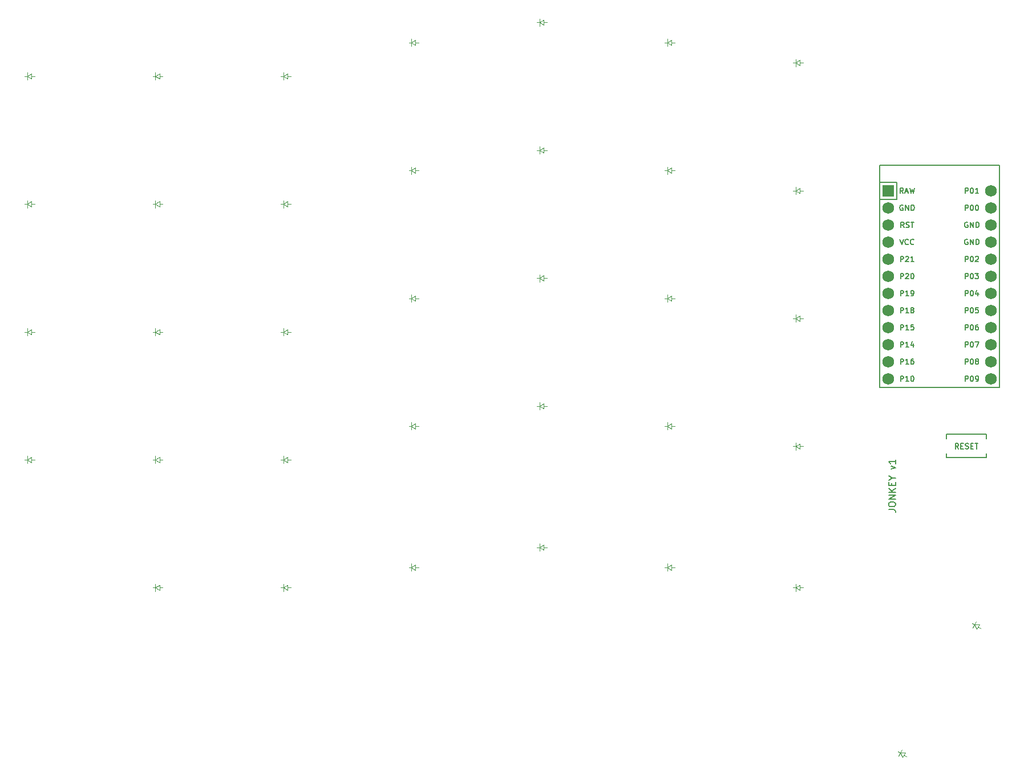
<source format=gbr>
%TF.GenerationSoftware,KiCad,Pcbnew,6.0.2*%
%TF.CreationDate,2022-02-19T14:05:47-05:00*%
%TF.ProjectId,jonkey-v1,6a6f6e6b-6579-42d7-9631-2e6b69636164,v1.0.0*%
%TF.SameCoordinates,Original*%
%TF.FileFunction,Legend,Top*%
%TF.FilePolarity,Positive*%
%FSLAX46Y46*%
G04 Gerber Fmt 4.6, Leading zero omitted, Abs format (unit mm)*
G04 Created by KiCad (PCBNEW 6.0.2) date 2022-02-19 14:05:47*
%MOMM*%
%LPD*%
G01*
G04 APERTURE LIST*
%ADD10C,0.150000*%
%ADD11C,0.100000*%
%ADD12R,1.752600X1.752600*%
%ADD13C,1.752600*%
G04 APERTURE END LIST*
D10*
X192492380Y-107663809D02*
X193206666Y-107663809D01*
X193349523Y-107711428D01*
X193444761Y-107806666D01*
X193492380Y-107949523D01*
X193492380Y-108044761D01*
X192492380Y-106997142D02*
X192492380Y-106806666D01*
X192540000Y-106711428D01*
X192635238Y-106616190D01*
X192825714Y-106568571D01*
X193159047Y-106568571D01*
X193349523Y-106616190D01*
X193444761Y-106711428D01*
X193492380Y-106806666D01*
X193492380Y-106997142D01*
X193444761Y-107092380D01*
X193349523Y-107187619D01*
X193159047Y-107235238D01*
X192825714Y-107235238D01*
X192635238Y-107187619D01*
X192540000Y-107092380D01*
X192492380Y-106997142D01*
X193492380Y-106140000D02*
X192492380Y-106140000D01*
X193492380Y-105568571D01*
X192492380Y-105568571D01*
X193492380Y-105092380D02*
X192492380Y-105092380D01*
X193492380Y-104520952D02*
X192920952Y-104949523D01*
X192492380Y-104520952D02*
X193063809Y-105092380D01*
X192968571Y-104092380D02*
X192968571Y-103759047D01*
X193492380Y-103616190D02*
X193492380Y-104092380D01*
X192492380Y-104092380D01*
X192492380Y-103616190D01*
X193016190Y-102997142D02*
X193492380Y-102997142D01*
X192492380Y-103330476D02*
X193016190Y-102997142D01*
X192492380Y-102663809D01*
X192825714Y-101663809D02*
X193492380Y-101425714D01*
X192825714Y-101187619D01*
X193492380Y-100282857D02*
X193492380Y-100854285D01*
X193492380Y-100568571D02*
X192492380Y-100568571D01*
X192635238Y-100663809D01*
X192730476Y-100759047D01*
X192778095Y-100854285D01*
%TO.C,MCU1*%
X194667619Y-60671904D02*
X194400952Y-60290952D01*
X194210476Y-60671904D02*
X194210476Y-59871904D01*
X194515238Y-59871904D01*
X194591428Y-59910000D01*
X194629523Y-59948095D01*
X194667619Y-60024285D01*
X194667619Y-60138571D01*
X194629523Y-60214761D01*
X194591428Y-60252857D01*
X194515238Y-60290952D01*
X194210476Y-60290952D01*
X194972380Y-60443333D02*
X195353333Y-60443333D01*
X194896190Y-60671904D02*
X195162857Y-59871904D01*
X195429523Y-60671904D01*
X195620000Y-59871904D02*
X195810476Y-60671904D01*
X195962857Y-60100476D01*
X196115238Y-60671904D01*
X196305714Y-59871904D01*
X194610476Y-62450000D02*
X194534285Y-62411904D01*
X194420000Y-62411904D01*
X194305714Y-62450000D01*
X194229523Y-62526190D01*
X194191428Y-62602380D01*
X194153333Y-62754761D01*
X194153333Y-62869047D01*
X194191428Y-63021428D01*
X194229523Y-63097619D01*
X194305714Y-63173809D01*
X194420000Y-63211904D01*
X194496190Y-63211904D01*
X194610476Y-63173809D01*
X194648571Y-63135714D01*
X194648571Y-62869047D01*
X194496190Y-62869047D01*
X194991428Y-63211904D02*
X194991428Y-62411904D01*
X195448571Y-63211904D01*
X195448571Y-62411904D01*
X195829523Y-63211904D02*
X195829523Y-62411904D01*
X196020000Y-62411904D01*
X196134285Y-62450000D01*
X196210476Y-62526190D01*
X196248571Y-62602380D01*
X196286666Y-62754761D01*
X196286666Y-62869047D01*
X196248571Y-63021428D01*
X196210476Y-63097619D01*
X196134285Y-63173809D01*
X196020000Y-63211904D01*
X195829523Y-63211904D01*
X194781904Y-65751904D02*
X194515238Y-65370952D01*
X194324761Y-65751904D02*
X194324761Y-64951904D01*
X194629523Y-64951904D01*
X194705714Y-64990000D01*
X194743809Y-65028095D01*
X194781904Y-65104285D01*
X194781904Y-65218571D01*
X194743809Y-65294761D01*
X194705714Y-65332857D01*
X194629523Y-65370952D01*
X194324761Y-65370952D01*
X195086666Y-65713809D02*
X195200952Y-65751904D01*
X195391428Y-65751904D01*
X195467619Y-65713809D01*
X195505714Y-65675714D01*
X195543809Y-65599523D01*
X195543809Y-65523333D01*
X195505714Y-65447142D01*
X195467619Y-65409047D01*
X195391428Y-65370952D01*
X195239047Y-65332857D01*
X195162857Y-65294761D01*
X195124761Y-65256666D01*
X195086666Y-65180476D01*
X195086666Y-65104285D01*
X195124761Y-65028095D01*
X195162857Y-64990000D01*
X195239047Y-64951904D01*
X195429523Y-64951904D01*
X195543809Y-64990000D01*
X195772380Y-64951904D02*
X196229523Y-64951904D01*
X196000952Y-65751904D02*
X196000952Y-64951904D01*
X194153333Y-67491904D02*
X194420000Y-68291904D01*
X194686666Y-67491904D01*
X195410476Y-68215714D02*
X195372380Y-68253809D01*
X195258095Y-68291904D01*
X195181904Y-68291904D01*
X195067619Y-68253809D01*
X194991428Y-68177619D01*
X194953333Y-68101428D01*
X194915238Y-67949047D01*
X194915238Y-67834761D01*
X194953333Y-67682380D01*
X194991428Y-67606190D01*
X195067619Y-67530000D01*
X195181904Y-67491904D01*
X195258095Y-67491904D01*
X195372380Y-67530000D01*
X195410476Y-67568095D01*
X196210476Y-68215714D02*
X196172380Y-68253809D01*
X196058095Y-68291904D01*
X195981904Y-68291904D01*
X195867619Y-68253809D01*
X195791428Y-68177619D01*
X195753333Y-68101428D01*
X195715238Y-67949047D01*
X195715238Y-67834761D01*
X195753333Y-67682380D01*
X195791428Y-67606190D01*
X195867619Y-67530000D01*
X195981904Y-67491904D01*
X196058095Y-67491904D01*
X196172380Y-67530000D01*
X196210476Y-67568095D01*
X194248571Y-70831904D02*
X194248571Y-70031904D01*
X194553333Y-70031904D01*
X194629523Y-70070000D01*
X194667619Y-70108095D01*
X194705714Y-70184285D01*
X194705714Y-70298571D01*
X194667619Y-70374761D01*
X194629523Y-70412857D01*
X194553333Y-70450952D01*
X194248571Y-70450952D01*
X195010476Y-70108095D02*
X195048571Y-70070000D01*
X195124761Y-70031904D01*
X195315238Y-70031904D01*
X195391428Y-70070000D01*
X195429523Y-70108095D01*
X195467619Y-70184285D01*
X195467619Y-70260476D01*
X195429523Y-70374761D01*
X194972380Y-70831904D01*
X195467619Y-70831904D01*
X196229523Y-70831904D02*
X195772380Y-70831904D01*
X196000952Y-70831904D02*
X196000952Y-70031904D01*
X195924761Y-70146190D01*
X195848571Y-70222380D01*
X195772380Y-70260476D01*
X194248571Y-73371904D02*
X194248571Y-72571904D01*
X194553333Y-72571904D01*
X194629523Y-72610000D01*
X194667619Y-72648095D01*
X194705714Y-72724285D01*
X194705714Y-72838571D01*
X194667619Y-72914761D01*
X194629523Y-72952857D01*
X194553333Y-72990952D01*
X194248571Y-72990952D01*
X195010476Y-72648095D02*
X195048571Y-72610000D01*
X195124761Y-72571904D01*
X195315238Y-72571904D01*
X195391428Y-72610000D01*
X195429523Y-72648095D01*
X195467619Y-72724285D01*
X195467619Y-72800476D01*
X195429523Y-72914761D01*
X194972380Y-73371904D01*
X195467619Y-73371904D01*
X195962857Y-72571904D02*
X196039047Y-72571904D01*
X196115238Y-72610000D01*
X196153333Y-72648095D01*
X196191428Y-72724285D01*
X196229523Y-72876666D01*
X196229523Y-73067142D01*
X196191428Y-73219523D01*
X196153333Y-73295714D01*
X196115238Y-73333809D01*
X196039047Y-73371904D01*
X195962857Y-73371904D01*
X195886666Y-73333809D01*
X195848571Y-73295714D01*
X195810476Y-73219523D01*
X195772380Y-73067142D01*
X195772380Y-72876666D01*
X195810476Y-72724285D01*
X195848571Y-72648095D01*
X195886666Y-72610000D01*
X195962857Y-72571904D01*
X194248571Y-75911904D02*
X194248571Y-75111904D01*
X194553333Y-75111904D01*
X194629523Y-75150000D01*
X194667619Y-75188095D01*
X194705714Y-75264285D01*
X194705714Y-75378571D01*
X194667619Y-75454761D01*
X194629523Y-75492857D01*
X194553333Y-75530952D01*
X194248571Y-75530952D01*
X195467619Y-75911904D02*
X195010476Y-75911904D01*
X195239047Y-75911904D02*
X195239047Y-75111904D01*
X195162857Y-75226190D01*
X195086666Y-75302380D01*
X195010476Y-75340476D01*
X195848571Y-75911904D02*
X196000952Y-75911904D01*
X196077142Y-75873809D01*
X196115238Y-75835714D01*
X196191428Y-75721428D01*
X196229523Y-75569047D01*
X196229523Y-75264285D01*
X196191428Y-75188095D01*
X196153333Y-75150000D01*
X196077142Y-75111904D01*
X195924761Y-75111904D01*
X195848571Y-75150000D01*
X195810476Y-75188095D01*
X195772380Y-75264285D01*
X195772380Y-75454761D01*
X195810476Y-75530952D01*
X195848571Y-75569047D01*
X195924761Y-75607142D01*
X196077142Y-75607142D01*
X196153333Y-75569047D01*
X196191428Y-75530952D01*
X196229523Y-75454761D01*
X194248571Y-78451904D02*
X194248571Y-77651904D01*
X194553333Y-77651904D01*
X194629523Y-77690000D01*
X194667619Y-77728095D01*
X194705714Y-77804285D01*
X194705714Y-77918571D01*
X194667619Y-77994761D01*
X194629523Y-78032857D01*
X194553333Y-78070952D01*
X194248571Y-78070952D01*
X195467619Y-78451904D02*
X195010476Y-78451904D01*
X195239047Y-78451904D02*
X195239047Y-77651904D01*
X195162857Y-77766190D01*
X195086666Y-77842380D01*
X195010476Y-77880476D01*
X195924761Y-77994761D02*
X195848571Y-77956666D01*
X195810476Y-77918571D01*
X195772380Y-77842380D01*
X195772380Y-77804285D01*
X195810476Y-77728095D01*
X195848571Y-77690000D01*
X195924761Y-77651904D01*
X196077142Y-77651904D01*
X196153333Y-77690000D01*
X196191428Y-77728095D01*
X196229523Y-77804285D01*
X196229523Y-77842380D01*
X196191428Y-77918571D01*
X196153333Y-77956666D01*
X196077142Y-77994761D01*
X195924761Y-77994761D01*
X195848571Y-78032857D01*
X195810476Y-78070952D01*
X195772380Y-78147142D01*
X195772380Y-78299523D01*
X195810476Y-78375714D01*
X195848571Y-78413809D01*
X195924761Y-78451904D01*
X196077142Y-78451904D01*
X196153333Y-78413809D01*
X196191428Y-78375714D01*
X196229523Y-78299523D01*
X196229523Y-78147142D01*
X196191428Y-78070952D01*
X196153333Y-78032857D01*
X196077142Y-77994761D01*
X194248571Y-80991904D02*
X194248571Y-80191904D01*
X194553333Y-80191904D01*
X194629523Y-80230000D01*
X194667619Y-80268095D01*
X194705714Y-80344285D01*
X194705714Y-80458571D01*
X194667619Y-80534761D01*
X194629523Y-80572857D01*
X194553333Y-80610952D01*
X194248571Y-80610952D01*
X195467619Y-80991904D02*
X195010476Y-80991904D01*
X195239047Y-80991904D02*
X195239047Y-80191904D01*
X195162857Y-80306190D01*
X195086666Y-80382380D01*
X195010476Y-80420476D01*
X196191428Y-80191904D02*
X195810476Y-80191904D01*
X195772380Y-80572857D01*
X195810476Y-80534761D01*
X195886666Y-80496666D01*
X196077142Y-80496666D01*
X196153333Y-80534761D01*
X196191428Y-80572857D01*
X196229523Y-80649047D01*
X196229523Y-80839523D01*
X196191428Y-80915714D01*
X196153333Y-80953809D01*
X196077142Y-80991904D01*
X195886666Y-80991904D01*
X195810476Y-80953809D01*
X195772380Y-80915714D01*
X194248571Y-83531904D02*
X194248571Y-82731904D01*
X194553333Y-82731904D01*
X194629523Y-82770000D01*
X194667619Y-82808095D01*
X194705714Y-82884285D01*
X194705714Y-82998571D01*
X194667619Y-83074761D01*
X194629523Y-83112857D01*
X194553333Y-83150952D01*
X194248571Y-83150952D01*
X195467619Y-83531904D02*
X195010476Y-83531904D01*
X195239047Y-83531904D02*
X195239047Y-82731904D01*
X195162857Y-82846190D01*
X195086666Y-82922380D01*
X195010476Y-82960476D01*
X196153333Y-82998571D02*
X196153333Y-83531904D01*
X195962857Y-82693809D02*
X195772380Y-83265238D01*
X196267619Y-83265238D01*
X194248571Y-86071904D02*
X194248571Y-85271904D01*
X194553333Y-85271904D01*
X194629523Y-85310000D01*
X194667619Y-85348095D01*
X194705714Y-85424285D01*
X194705714Y-85538571D01*
X194667619Y-85614761D01*
X194629523Y-85652857D01*
X194553333Y-85690952D01*
X194248571Y-85690952D01*
X195467619Y-86071904D02*
X195010476Y-86071904D01*
X195239047Y-86071904D02*
X195239047Y-85271904D01*
X195162857Y-85386190D01*
X195086666Y-85462380D01*
X195010476Y-85500476D01*
X196153333Y-85271904D02*
X196000952Y-85271904D01*
X195924761Y-85310000D01*
X195886666Y-85348095D01*
X195810476Y-85462380D01*
X195772380Y-85614761D01*
X195772380Y-85919523D01*
X195810476Y-85995714D01*
X195848571Y-86033809D01*
X195924761Y-86071904D01*
X196077142Y-86071904D01*
X196153333Y-86033809D01*
X196191428Y-85995714D01*
X196229523Y-85919523D01*
X196229523Y-85729047D01*
X196191428Y-85652857D01*
X196153333Y-85614761D01*
X196077142Y-85576666D01*
X195924761Y-85576666D01*
X195848571Y-85614761D01*
X195810476Y-85652857D01*
X195772380Y-85729047D01*
X194248571Y-88611904D02*
X194248571Y-87811904D01*
X194553333Y-87811904D01*
X194629523Y-87850000D01*
X194667619Y-87888095D01*
X194705714Y-87964285D01*
X194705714Y-88078571D01*
X194667619Y-88154761D01*
X194629523Y-88192857D01*
X194553333Y-88230952D01*
X194248571Y-88230952D01*
X195467619Y-88611904D02*
X195010476Y-88611904D01*
X195239047Y-88611904D02*
X195239047Y-87811904D01*
X195162857Y-87926190D01*
X195086666Y-88002380D01*
X195010476Y-88040476D01*
X195962857Y-87811904D02*
X196039047Y-87811904D01*
X196115238Y-87850000D01*
X196153333Y-87888095D01*
X196191428Y-87964285D01*
X196229523Y-88116666D01*
X196229523Y-88307142D01*
X196191428Y-88459523D01*
X196153333Y-88535714D01*
X196115238Y-88573809D01*
X196039047Y-88611904D01*
X195962857Y-88611904D01*
X195886666Y-88573809D01*
X195848571Y-88535714D01*
X195810476Y-88459523D01*
X195772380Y-88307142D01*
X195772380Y-88116666D01*
X195810476Y-87964285D01*
X195848571Y-87888095D01*
X195886666Y-87850000D01*
X195962857Y-87811904D01*
X203848571Y-60671904D02*
X203848571Y-59871904D01*
X204153333Y-59871904D01*
X204229523Y-59910000D01*
X204267619Y-59948095D01*
X204305714Y-60024285D01*
X204305714Y-60138571D01*
X204267619Y-60214761D01*
X204229523Y-60252857D01*
X204153333Y-60290952D01*
X203848571Y-60290952D01*
X204800952Y-59871904D02*
X204877142Y-59871904D01*
X204953333Y-59910000D01*
X204991428Y-59948095D01*
X205029523Y-60024285D01*
X205067619Y-60176666D01*
X205067619Y-60367142D01*
X205029523Y-60519523D01*
X204991428Y-60595714D01*
X204953333Y-60633809D01*
X204877142Y-60671904D01*
X204800952Y-60671904D01*
X204724761Y-60633809D01*
X204686666Y-60595714D01*
X204648571Y-60519523D01*
X204610476Y-60367142D01*
X204610476Y-60176666D01*
X204648571Y-60024285D01*
X204686666Y-59948095D01*
X204724761Y-59910000D01*
X204800952Y-59871904D01*
X205829523Y-60671904D02*
X205372380Y-60671904D01*
X205600952Y-60671904D02*
X205600952Y-59871904D01*
X205524761Y-59986190D01*
X205448571Y-60062380D01*
X205372380Y-60100476D01*
X203848571Y-63211904D02*
X203848571Y-62411904D01*
X204153333Y-62411904D01*
X204229523Y-62450000D01*
X204267619Y-62488095D01*
X204305714Y-62564285D01*
X204305714Y-62678571D01*
X204267619Y-62754761D01*
X204229523Y-62792857D01*
X204153333Y-62830952D01*
X203848571Y-62830952D01*
X204800952Y-62411904D02*
X204877142Y-62411904D01*
X204953333Y-62450000D01*
X204991428Y-62488095D01*
X205029523Y-62564285D01*
X205067619Y-62716666D01*
X205067619Y-62907142D01*
X205029523Y-63059523D01*
X204991428Y-63135714D01*
X204953333Y-63173809D01*
X204877142Y-63211904D01*
X204800952Y-63211904D01*
X204724761Y-63173809D01*
X204686666Y-63135714D01*
X204648571Y-63059523D01*
X204610476Y-62907142D01*
X204610476Y-62716666D01*
X204648571Y-62564285D01*
X204686666Y-62488095D01*
X204724761Y-62450000D01*
X204800952Y-62411904D01*
X205562857Y-62411904D02*
X205639047Y-62411904D01*
X205715238Y-62450000D01*
X205753333Y-62488095D01*
X205791428Y-62564285D01*
X205829523Y-62716666D01*
X205829523Y-62907142D01*
X205791428Y-63059523D01*
X205753333Y-63135714D01*
X205715238Y-63173809D01*
X205639047Y-63211904D01*
X205562857Y-63211904D01*
X205486666Y-63173809D01*
X205448571Y-63135714D01*
X205410476Y-63059523D01*
X205372380Y-62907142D01*
X205372380Y-62716666D01*
X205410476Y-62564285D01*
X205448571Y-62488095D01*
X205486666Y-62450000D01*
X205562857Y-62411904D01*
X204210476Y-64990000D02*
X204134285Y-64951904D01*
X204020000Y-64951904D01*
X203905714Y-64990000D01*
X203829523Y-65066190D01*
X203791428Y-65142380D01*
X203753333Y-65294761D01*
X203753333Y-65409047D01*
X203791428Y-65561428D01*
X203829523Y-65637619D01*
X203905714Y-65713809D01*
X204020000Y-65751904D01*
X204096190Y-65751904D01*
X204210476Y-65713809D01*
X204248571Y-65675714D01*
X204248571Y-65409047D01*
X204096190Y-65409047D01*
X204591428Y-65751904D02*
X204591428Y-64951904D01*
X205048571Y-65751904D01*
X205048571Y-64951904D01*
X205429523Y-65751904D02*
X205429523Y-64951904D01*
X205620000Y-64951904D01*
X205734285Y-64990000D01*
X205810476Y-65066190D01*
X205848571Y-65142380D01*
X205886666Y-65294761D01*
X205886666Y-65409047D01*
X205848571Y-65561428D01*
X205810476Y-65637619D01*
X205734285Y-65713809D01*
X205620000Y-65751904D01*
X205429523Y-65751904D01*
X204210476Y-67530000D02*
X204134285Y-67491904D01*
X204020000Y-67491904D01*
X203905714Y-67530000D01*
X203829523Y-67606190D01*
X203791428Y-67682380D01*
X203753333Y-67834761D01*
X203753333Y-67949047D01*
X203791428Y-68101428D01*
X203829523Y-68177619D01*
X203905714Y-68253809D01*
X204020000Y-68291904D01*
X204096190Y-68291904D01*
X204210476Y-68253809D01*
X204248571Y-68215714D01*
X204248571Y-67949047D01*
X204096190Y-67949047D01*
X204591428Y-68291904D02*
X204591428Y-67491904D01*
X205048571Y-68291904D01*
X205048571Y-67491904D01*
X205429523Y-68291904D02*
X205429523Y-67491904D01*
X205620000Y-67491904D01*
X205734285Y-67530000D01*
X205810476Y-67606190D01*
X205848571Y-67682380D01*
X205886666Y-67834761D01*
X205886666Y-67949047D01*
X205848571Y-68101428D01*
X205810476Y-68177619D01*
X205734285Y-68253809D01*
X205620000Y-68291904D01*
X205429523Y-68291904D01*
X203848571Y-70831904D02*
X203848571Y-70031904D01*
X204153333Y-70031904D01*
X204229523Y-70070000D01*
X204267619Y-70108095D01*
X204305714Y-70184285D01*
X204305714Y-70298571D01*
X204267619Y-70374761D01*
X204229523Y-70412857D01*
X204153333Y-70450952D01*
X203848571Y-70450952D01*
X204800952Y-70031904D02*
X204877142Y-70031904D01*
X204953333Y-70070000D01*
X204991428Y-70108095D01*
X205029523Y-70184285D01*
X205067619Y-70336666D01*
X205067619Y-70527142D01*
X205029523Y-70679523D01*
X204991428Y-70755714D01*
X204953333Y-70793809D01*
X204877142Y-70831904D01*
X204800952Y-70831904D01*
X204724761Y-70793809D01*
X204686666Y-70755714D01*
X204648571Y-70679523D01*
X204610476Y-70527142D01*
X204610476Y-70336666D01*
X204648571Y-70184285D01*
X204686666Y-70108095D01*
X204724761Y-70070000D01*
X204800952Y-70031904D01*
X205372380Y-70108095D02*
X205410476Y-70070000D01*
X205486666Y-70031904D01*
X205677142Y-70031904D01*
X205753333Y-70070000D01*
X205791428Y-70108095D01*
X205829523Y-70184285D01*
X205829523Y-70260476D01*
X205791428Y-70374761D01*
X205334285Y-70831904D01*
X205829523Y-70831904D01*
X203848571Y-73371904D02*
X203848571Y-72571904D01*
X204153333Y-72571904D01*
X204229523Y-72610000D01*
X204267619Y-72648095D01*
X204305714Y-72724285D01*
X204305714Y-72838571D01*
X204267619Y-72914761D01*
X204229523Y-72952857D01*
X204153333Y-72990952D01*
X203848571Y-72990952D01*
X204800952Y-72571904D02*
X204877142Y-72571904D01*
X204953333Y-72610000D01*
X204991428Y-72648095D01*
X205029523Y-72724285D01*
X205067619Y-72876666D01*
X205067619Y-73067142D01*
X205029523Y-73219523D01*
X204991428Y-73295714D01*
X204953333Y-73333809D01*
X204877142Y-73371904D01*
X204800952Y-73371904D01*
X204724761Y-73333809D01*
X204686666Y-73295714D01*
X204648571Y-73219523D01*
X204610476Y-73067142D01*
X204610476Y-72876666D01*
X204648571Y-72724285D01*
X204686666Y-72648095D01*
X204724761Y-72610000D01*
X204800952Y-72571904D01*
X205334285Y-72571904D02*
X205829523Y-72571904D01*
X205562857Y-72876666D01*
X205677142Y-72876666D01*
X205753333Y-72914761D01*
X205791428Y-72952857D01*
X205829523Y-73029047D01*
X205829523Y-73219523D01*
X205791428Y-73295714D01*
X205753333Y-73333809D01*
X205677142Y-73371904D01*
X205448571Y-73371904D01*
X205372380Y-73333809D01*
X205334285Y-73295714D01*
X203848571Y-75911904D02*
X203848571Y-75111904D01*
X204153333Y-75111904D01*
X204229523Y-75150000D01*
X204267619Y-75188095D01*
X204305714Y-75264285D01*
X204305714Y-75378571D01*
X204267619Y-75454761D01*
X204229523Y-75492857D01*
X204153333Y-75530952D01*
X203848571Y-75530952D01*
X204800952Y-75111904D02*
X204877142Y-75111904D01*
X204953333Y-75150000D01*
X204991428Y-75188095D01*
X205029523Y-75264285D01*
X205067619Y-75416666D01*
X205067619Y-75607142D01*
X205029523Y-75759523D01*
X204991428Y-75835714D01*
X204953333Y-75873809D01*
X204877142Y-75911904D01*
X204800952Y-75911904D01*
X204724761Y-75873809D01*
X204686666Y-75835714D01*
X204648571Y-75759523D01*
X204610476Y-75607142D01*
X204610476Y-75416666D01*
X204648571Y-75264285D01*
X204686666Y-75188095D01*
X204724761Y-75150000D01*
X204800952Y-75111904D01*
X205753333Y-75378571D02*
X205753333Y-75911904D01*
X205562857Y-75073809D02*
X205372380Y-75645238D01*
X205867619Y-75645238D01*
X203848571Y-78451904D02*
X203848571Y-77651904D01*
X204153333Y-77651904D01*
X204229523Y-77690000D01*
X204267619Y-77728095D01*
X204305714Y-77804285D01*
X204305714Y-77918571D01*
X204267619Y-77994761D01*
X204229523Y-78032857D01*
X204153333Y-78070952D01*
X203848571Y-78070952D01*
X204800952Y-77651904D02*
X204877142Y-77651904D01*
X204953333Y-77690000D01*
X204991428Y-77728095D01*
X205029523Y-77804285D01*
X205067619Y-77956666D01*
X205067619Y-78147142D01*
X205029523Y-78299523D01*
X204991428Y-78375714D01*
X204953333Y-78413809D01*
X204877142Y-78451904D01*
X204800952Y-78451904D01*
X204724761Y-78413809D01*
X204686666Y-78375714D01*
X204648571Y-78299523D01*
X204610476Y-78147142D01*
X204610476Y-77956666D01*
X204648571Y-77804285D01*
X204686666Y-77728095D01*
X204724761Y-77690000D01*
X204800952Y-77651904D01*
X205791428Y-77651904D02*
X205410476Y-77651904D01*
X205372380Y-78032857D01*
X205410476Y-77994761D01*
X205486666Y-77956666D01*
X205677142Y-77956666D01*
X205753333Y-77994761D01*
X205791428Y-78032857D01*
X205829523Y-78109047D01*
X205829523Y-78299523D01*
X205791428Y-78375714D01*
X205753333Y-78413809D01*
X205677142Y-78451904D01*
X205486666Y-78451904D01*
X205410476Y-78413809D01*
X205372380Y-78375714D01*
X203848571Y-80991904D02*
X203848571Y-80191904D01*
X204153333Y-80191904D01*
X204229523Y-80230000D01*
X204267619Y-80268095D01*
X204305714Y-80344285D01*
X204305714Y-80458571D01*
X204267619Y-80534761D01*
X204229523Y-80572857D01*
X204153333Y-80610952D01*
X203848571Y-80610952D01*
X204800952Y-80191904D02*
X204877142Y-80191904D01*
X204953333Y-80230000D01*
X204991428Y-80268095D01*
X205029523Y-80344285D01*
X205067619Y-80496666D01*
X205067619Y-80687142D01*
X205029523Y-80839523D01*
X204991428Y-80915714D01*
X204953333Y-80953809D01*
X204877142Y-80991904D01*
X204800952Y-80991904D01*
X204724761Y-80953809D01*
X204686666Y-80915714D01*
X204648571Y-80839523D01*
X204610476Y-80687142D01*
X204610476Y-80496666D01*
X204648571Y-80344285D01*
X204686666Y-80268095D01*
X204724761Y-80230000D01*
X204800952Y-80191904D01*
X205753333Y-80191904D02*
X205600952Y-80191904D01*
X205524761Y-80230000D01*
X205486666Y-80268095D01*
X205410476Y-80382380D01*
X205372380Y-80534761D01*
X205372380Y-80839523D01*
X205410476Y-80915714D01*
X205448571Y-80953809D01*
X205524761Y-80991904D01*
X205677142Y-80991904D01*
X205753333Y-80953809D01*
X205791428Y-80915714D01*
X205829523Y-80839523D01*
X205829523Y-80649047D01*
X205791428Y-80572857D01*
X205753333Y-80534761D01*
X205677142Y-80496666D01*
X205524761Y-80496666D01*
X205448571Y-80534761D01*
X205410476Y-80572857D01*
X205372380Y-80649047D01*
X203848571Y-83531904D02*
X203848571Y-82731904D01*
X204153333Y-82731904D01*
X204229523Y-82770000D01*
X204267619Y-82808095D01*
X204305714Y-82884285D01*
X204305714Y-82998571D01*
X204267619Y-83074761D01*
X204229523Y-83112857D01*
X204153333Y-83150952D01*
X203848571Y-83150952D01*
X204800952Y-82731904D02*
X204877142Y-82731904D01*
X204953333Y-82770000D01*
X204991428Y-82808095D01*
X205029523Y-82884285D01*
X205067619Y-83036666D01*
X205067619Y-83227142D01*
X205029523Y-83379523D01*
X204991428Y-83455714D01*
X204953333Y-83493809D01*
X204877142Y-83531904D01*
X204800952Y-83531904D01*
X204724761Y-83493809D01*
X204686666Y-83455714D01*
X204648571Y-83379523D01*
X204610476Y-83227142D01*
X204610476Y-83036666D01*
X204648571Y-82884285D01*
X204686666Y-82808095D01*
X204724761Y-82770000D01*
X204800952Y-82731904D01*
X205334285Y-82731904D02*
X205867619Y-82731904D01*
X205524761Y-83531904D01*
X203848571Y-86071904D02*
X203848571Y-85271904D01*
X204153333Y-85271904D01*
X204229523Y-85310000D01*
X204267619Y-85348095D01*
X204305714Y-85424285D01*
X204305714Y-85538571D01*
X204267619Y-85614761D01*
X204229523Y-85652857D01*
X204153333Y-85690952D01*
X203848571Y-85690952D01*
X204800952Y-85271904D02*
X204877142Y-85271904D01*
X204953333Y-85310000D01*
X204991428Y-85348095D01*
X205029523Y-85424285D01*
X205067619Y-85576666D01*
X205067619Y-85767142D01*
X205029523Y-85919523D01*
X204991428Y-85995714D01*
X204953333Y-86033809D01*
X204877142Y-86071904D01*
X204800952Y-86071904D01*
X204724761Y-86033809D01*
X204686666Y-85995714D01*
X204648571Y-85919523D01*
X204610476Y-85767142D01*
X204610476Y-85576666D01*
X204648571Y-85424285D01*
X204686666Y-85348095D01*
X204724761Y-85310000D01*
X204800952Y-85271904D01*
X205524761Y-85614761D02*
X205448571Y-85576666D01*
X205410476Y-85538571D01*
X205372380Y-85462380D01*
X205372380Y-85424285D01*
X205410476Y-85348095D01*
X205448571Y-85310000D01*
X205524761Y-85271904D01*
X205677142Y-85271904D01*
X205753333Y-85310000D01*
X205791428Y-85348095D01*
X205829523Y-85424285D01*
X205829523Y-85462380D01*
X205791428Y-85538571D01*
X205753333Y-85576666D01*
X205677142Y-85614761D01*
X205524761Y-85614761D01*
X205448571Y-85652857D01*
X205410476Y-85690952D01*
X205372380Y-85767142D01*
X205372380Y-85919523D01*
X205410476Y-85995714D01*
X205448571Y-86033809D01*
X205524761Y-86071904D01*
X205677142Y-86071904D01*
X205753333Y-86033809D01*
X205791428Y-85995714D01*
X205829523Y-85919523D01*
X205829523Y-85767142D01*
X205791428Y-85690952D01*
X205753333Y-85652857D01*
X205677142Y-85614761D01*
X203848571Y-88611904D02*
X203848571Y-87811904D01*
X204153333Y-87811904D01*
X204229523Y-87850000D01*
X204267619Y-87888095D01*
X204305714Y-87964285D01*
X204305714Y-88078571D01*
X204267619Y-88154761D01*
X204229523Y-88192857D01*
X204153333Y-88230952D01*
X203848571Y-88230952D01*
X204800952Y-87811904D02*
X204877142Y-87811904D01*
X204953333Y-87850000D01*
X204991428Y-87888095D01*
X205029523Y-87964285D01*
X205067619Y-88116666D01*
X205067619Y-88307142D01*
X205029523Y-88459523D01*
X204991428Y-88535714D01*
X204953333Y-88573809D01*
X204877142Y-88611904D01*
X204800952Y-88611904D01*
X204724761Y-88573809D01*
X204686666Y-88535714D01*
X204648571Y-88459523D01*
X204610476Y-88307142D01*
X204610476Y-88116666D01*
X204648571Y-87964285D01*
X204686666Y-87888095D01*
X204724761Y-87850000D01*
X204800952Y-87811904D01*
X205448571Y-88611904D02*
X205600952Y-88611904D01*
X205677142Y-88573809D01*
X205715238Y-88535714D01*
X205791428Y-88421428D01*
X205829523Y-88269047D01*
X205829523Y-87964285D01*
X205791428Y-87888095D01*
X205753333Y-87850000D01*
X205677142Y-87811904D01*
X205524761Y-87811904D01*
X205448571Y-87850000D01*
X205410476Y-87888095D01*
X205372380Y-87964285D01*
X205372380Y-88154761D01*
X205410476Y-88230952D01*
X205448571Y-88269047D01*
X205524761Y-88307142D01*
X205677142Y-88307142D01*
X205753333Y-88269047D01*
X205791428Y-88230952D01*
X205829523Y-88154761D01*
%TO.C,B1*%
X202858095Y-98641904D02*
X202591428Y-98260952D01*
X202400952Y-98641904D02*
X202400952Y-97841904D01*
X202705714Y-97841904D01*
X202781904Y-97880000D01*
X202820000Y-97918095D01*
X202858095Y-97994285D01*
X202858095Y-98108571D01*
X202820000Y-98184761D01*
X202781904Y-98222857D01*
X202705714Y-98260952D01*
X202400952Y-98260952D01*
X203200952Y-98222857D02*
X203467619Y-98222857D01*
X203581904Y-98641904D02*
X203200952Y-98641904D01*
X203200952Y-97841904D01*
X203581904Y-97841904D01*
X203886666Y-98603809D02*
X204000952Y-98641904D01*
X204191428Y-98641904D01*
X204267619Y-98603809D01*
X204305714Y-98565714D01*
X204343809Y-98489523D01*
X204343809Y-98413333D01*
X204305714Y-98337142D01*
X204267619Y-98299047D01*
X204191428Y-98260952D01*
X204039047Y-98222857D01*
X203962857Y-98184761D01*
X203924761Y-98146666D01*
X203886666Y-98070476D01*
X203886666Y-97994285D01*
X203924761Y-97918095D01*
X203962857Y-97880000D01*
X204039047Y-97841904D01*
X204229523Y-97841904D01*
X204343809Y-97880000D01*
X204686666Y-98222857D02*
X204953333Y-98222857D01*
X205067619Y-98641904D02*
X204686666Y-98641904D01*
X204686666Y-97841904D01*
X205067619Y-97841904D01*
X205296190Y-97841904D02*
X205753333Y-97841904D01*
X205524761Y-98641904D02*
X205524761Y-97841904D01*
D11*
%TO.C,D1*%
X65270000Y-100280000D02*
X65770000Y-100280000D01*
X65270000Y-100680000D02*
X64670000Y-100280000D01*
X65270000Y-99880000D02*
X65270000Y-100680000D01*
X64670000Y-100280000D02*
X65270000Y-99880000D01*
X64670000Y-100280000D02*
X64670000Y-100830000D01*
X64670000Y-100280000D02*
X64670000Y-99730000D01*
X64270000Y-100280000D02*
X64670000Y-100280000D01*
%TO.C,D2*%
X65270000Y-81280000D02*
X65770000Y-81280000D01*
X65270000Y-81680000D02*
X64670000Y-81280000D01*
X65270000Y-80880000D02*
X65270000Y-81680000D01*
X64670000Y-81280000D02*
X65270000Y-80880000D01*
X64670000Y-81280000D02*
X64670000Y-81830000D01*
X64670000Y-81280000D02*
X64670000Y-80730000D01*
X64270000Y-81280000D02*
X64670000Y-81280000D01*
%TO.C,D3*%
X65270000Y-62280000D02*
X65770000Y-62280000D01*
X65270000Y-62680000D02*
X64670000Y-62280000D01*
X65270000Y-61880000D02*
X65270000Y-62680000D01*
X64670000Y-62280000D02*
X65270000Y-61880000D01*
X64670000Y-62280000D02*
X64670000Y-62830000D01*
X64670000Y-62280000D02*
X64670000Y-61730000D01*
X64270000Y-62280000D02*
X64670000Y-62280000D01*
%TO.C,D4*%
X65270000Y-43280000D02*
X65770000Y-43280000D01*
X65270000Y-43680000D02*
X64670000Y-43280000D01*
X65270000Y-42880000D02*
X65270000Y-43680000D01*
X64670000Y-43280000D02*
X65270000Y-42880000D01*
X64670000Y-43280000D02*
X64670000Y-43830000D01*
X64670000Y-43280000D02*
X64670000Y-42730000D01*
X64270000Y-43280000D02*
X64670000Y-43280000D01*
%TO.C,D5*%
X84270000Y-100280000D02*
X84770000Y-100280000D01*
X84270000Y-100680000D02*
X83670000Y-100280000D01*
X84270000Y-99880000D02*
X84270000Y-100680000D01*
X83670000Y-100280000D02*
X84270000Y-99880000D01*
X83670000Y-100280000D02*
X83670000Y-100830000D01*
X83670000Y-100280000D02*
X83670000Y-99730000D01*
X83270000Y-100280000D02*
X83670000Y-100280000D01*
%TO.C,D6*%
X84270000Y-81280000D02*
X84770000Y-81280000D01*
X84270000Y-81680000D02*
X83670000Y-81280000D01*
X84270000Y-80880000D02*
X84270000Y-81680000D01*
X83670000Y-81280000D02*
X84270000Y-80880000D01*
X83670000Y-81280000D02*
X83670000Y-81830000D01*
X83670000Y-81280000D02*
X83670000Y-80730000D01*
X83270000Y-81280000D02*
X83670000Y-81280000D01*
%TO.C,D7*%
X84270000Y-62280000D02*
X84770000Y-62280000D01*
X84270000Y-62680000D02*
X83670000Y-62280000D01*
X84270000Y-61880000D02*
X84270000Y-62680000D01*
X83670000Y-62280000D02*
X84270000Y-61880000D01*
X83670000Y-62280000D02*
X83670000Y-62830000D01*
X83670000Y-62280000D02*
X83670000Y-61730000D01*
X83270000Y-62280000D02*
X83670000Y-62280000D01*
%TO.C,D8*%
X84270000Y-43280000D02*
X84770000Y-43280000D01*
X84270000Y-43680000D02*
X83670000Y-43280000D01*
X84270000Y-42880000D02*
X84270000Y-43680000D01*
X83670000Y-43280000D02*
X84270000Y-42880000D01*
X83670000Y-43280000D02*
X83670000Y-43830000D01*
X83670000Y-43280000D02*
X83670000Y-42730000D01*
X83270000Y-43280000D02*
X83670000Y-43280000D01*
%TO.C,D9*%
X103270000Y-100280000D02*
X103770000Y-100280000D01*
X103270000Y-100680000D02*
X102670000Y-100280000D01*
X103270000Y-99880000D02*
X103270000Y-100680000D01*
X102670000Y-100280000D02*
X103270000Y-99880000D01*
X102670000Y-100280000D02*
X102670000Y-100830000D01*
X102670000Y-100280000D02*
X102670000Y-99730000D01*
X102270000Y-100280000D02*
X102670000Y-100280000D01*
%TO.C,D10*%
X103270000Y-81280000D02*
X103770000Y-81280000D01*
X103270000Y-81680000D02*
X102670000Y-81280000D01*
X103270000Y-80880000D02*
X103270000Y-81680000D01*
X102670000Y-81280000D02*
X103270000Y-80880000D01*
X102670000Y-81280000D02*
X102670000Y-81830000D01*
X102670000Y-81280000D02*
X102670000Y-80730000D01*
X102270000Y-81280000D02*
X102670000Y-81280000D01*
%TO.C,D11*%
X103270000Y-62280000D02*
X103770000Y-62280000D01*
X103270000Y-62680000D02*
X102670000Y-62280000D01*
X103270000Y-61880000D02*
X103270000Y-62680000D01*
X102670000Y-62280000D02*
X103270000Y-61880000D01*
X102670000Y-62280000D02*
X102670000Y-62830000D01*
X102670000Y-62280000D02*
X102670000Y-61730000D01*
X102270000Y-62280000D02*
X102670000Y-62280000D01*
%TO.C,D12*%
X103270000Y-43280000D02*
X103770000Y-43280000D01*
X103270000Y-43680000D02*
X102670000Y-43280000D01*
X103270000Y-42880000D02*
X103270000Y-43680000D01*
X102670000Y-43280000D02*
X103270000Y-42880000D01*
X102670000Y-43280000D02*
X102670000Y-43830000D01*
X102670000Y-43280000D02*
X102670000Y-42730000D01*
X102270000Y-43280000D02*
X102670000Y-43280000D01*
%TO.C,D13*%
X122270000Y-95280000D02*
X122770000Y-95280000D01*
X122270000Y-95680000D02*
X121670000Y-95280000D01*
X122270000Y-94880000D02*
X122270000Y-95680000D01*
X121670000Y-95280000D02*
X122270000Y-94880000D01*
X121670000Y-95280000D02*
X121670000Y-95830000D01*
X121670000Y-95280000D02*
X121670000Y-94730000D01*
X121270000Y-95280000D02*
X121670000Y-95280000D01*
%TO.C,D14*%
X122270000Y-76280000D02*
X122770000Y-76280000D01*
X122270000Y-76680000D02*
X121670000Y-76280000D01*
X122270000Y-75880000D02*
X122270000Y-76680000D01*
X121670000Y-76280000D02*
X122270000Y-75880000D01*
X121670000Y-76280000D02*
X121670000Y-76830000D01*
X121670000Y-76280000D02*
X121670000Y-75730000D01*
X121270000Y-76280000D02*
X121670000Y-76280000D01*
%TO.C,D15*%
X122270000Y-57280000D02*
X122770000Y-57280000D01*
X122270000Y-57680000D02*
X121670000Y-57280000D01*
X122270000Y-56880000D02*
X122270000Y-57680000D01*
X121670000Y-57280000D02*
X122270000Y-56880000D01*
X121670000Y-57280000D02*
X121670000Y-57830000D01*
X121670000Y-57280000D02*
X121670000Y-56730000D01*
X121270000Y-57280000D02*
X121670000Y-57280000D01*
%TO.C,D16*%
X122270000Y-38280000D02*
X122770000Y-38280000D01*
X122270000Y-38680000D02*
X121670000Y-38280000D01*
X122270000Y-37880000D02*
X122270000Y-38680000D01*
X121670000Y-38280000D02*
X122270000Y-37880000D01*
X121670000Y-38280000D02*
X121670000Y-38830000D01*
X121670000Y-38280000D02*
X121670000Y-37730000D01*
X121270000Y-38280000D02*
X121670000Y-38280000D01*
%TO.C,D17*%
X141270000Y-92280000D02*
X141770000Y-92280000D01*
X141270000Y-92680000D02*
X140670000Y-92280000D01*
X141270000Y-91880000D02*
X141270000Y-92680000D01*
X140670000Y-92280000D02*
X141270000Y-91880000D01*
X140670000Y-92280000D02*
X140670000Y-92830000D01*
X140670000Y-92280000D02*
X140670000Y-91730000D01*
X140270000Y-92280000D02*
X140670000Y-92280000D01*
%TO.C,D18*%
X141270000Y-73280000D02*
X141770000Y-73280000D01*
X141270000Y-73680000D02*
X140670000Y-73280000D01*
X141270000Y-72880000D02*
X141270000Y-73680000D01*
X140670000Y-73280000D02*
X141270000Y-72880000D01*
X140670000Y-73280000D02*
X140670000Y-73830000D01*
X140670000Y-73280000D02*
X140670000Y-72730000D01*
X140270000Y-73280000D02*
X140670000Y-73280000D01*
%TO.C,D19*%
X141270000Y-54280000D02*
X141770000Y-54280000D01*
X141270000Y-54680000D02*
X140670000Y-54280000D01*
X141270000Y-53880000D02*
X141270000Y-54680000D01*
X140670000Y-54280000D02*
X141270000Y-53880000D01*
X140670000Y-54280000D02*
X140670000Y-54830000D01*
X140670000Y-54280000D02*
X140670000Y-53730000D01*
X140270000Y-54280000D02*
X140670000Y-54280000D01*
%TO.C,D20*%
X141270000Y-35280000D02*
X141770000Y-35280000D01*
X141270000Y-35680000D02*
X140670000Y-35280000D01*
X141270000Y-34880000D02*
X141270000Y-35680000D01*
X140670000Y-35280000D02*
X141270000Y-34880000D01*
X140670000Y-35280000D02*
X140670000Y-35830000D01*
X140670000Y-35280000D02*
X140670000Y-34730000D01*
X140270000Y-35280000D02*
X140670000Y-35280000D01*
%TO.C,D21*%
X160270000Y-95280000D02*
X160770000Y-95280000D01*
X160270000Y-95680000D02*
X159670000Y-95280000D01*
X160270000Y-94880000D02*
X160270000Y-95680000D01*
X159670000Y-95280000D02*
X160270000Y-94880000D01*
X159670000Y-95280000D02*
X159670000Y-95830000D01*
X159670000Y-95280000D02*
X159670000Y-94730000D01*
X159270000Y-95280000D02*
X159670000Y-95280000D01*
%TO.C,D22*%
X160270000Y-76280000D02*
X160770000Y-76280000D01*
X160270000Y-76680000D02*
X159670000Y-76280000D01*
X160270000Y-75880000D02*
X160270000Y-76680000D01*
X159670000Y-76280000D02*
X160270000Y-75880000D01*
X159670000Y-76280000D02*
X159670000Y-76830000D01*
X159670000Y-76280000D02*
X159670000Y-75730000D01*
X159270000Y-76280000D02*
X159670000Y-76280000D01*
%TO.C,D23*%
X160270000Y-57280000D02*
X160770000Y-57280000D01*
X160270000Y-57680000D02*
X159670000Y-57280000D01*
X160270000Y-56880000D02*
X160270000Y-57680000D01*
X159670000Y-57280000D02*
X160270000Y-56880000D01*
X159670000Y-57280000D02*
X159670000Y-57830000D01*
X159670000Y-57280000D02*
X159670000Y-56730000D01*
X159270000Y-57280000D02*
X159670000Y-57280000D01*
%TO.C,D24*%
X160270000Y-38280000D02*
X160770000Y-38280000D01*
X160270000Y-38680000D02*
X159670000Y-38280000D01*
X160270000Y-37880000D02*
X160270000Y-38680000D01*
X159670000Y-38280000D02*
X160270000Y-37880000D01*
X159670000Y-38280000D02*
X159670000Y-38830000D01*
X159670000Y-38280000D02*
X159670000Y-37730000D01*
X159270000Y-38280000D02*
X159670000Y-38280000D01*
%TO.C,D25*%
X179270000Y-98280000D02*
X179770000Y-98280000D01*
X179270000Y-98680000D02*
X178670000Y-98280000D01*
X179270000Y-97880000D02*
X179270000Y-98680000D01*
X178670000Y-98280000D02*
X179270000Y-97880000D01*
X178670000Y-98280000D02*
X178670000Y-98830000D01*
X178670000Y-98280000D02*
X178670000Y-97730000D01*
X178270000Y-98280000D02*
X178670000Y-98280000D01*
%TO.C,D26*%
X179270000Y-79280000D02*
X179770000Y-79280000D01*
X179270000Y-79680000D02*
X178670000Y-79280000D01*
X179270000Y-78880000D02*
X179270000Y-79680000D01*
X178670000Y-79280000D02*
X179270000Y-78880000D01*
X178670000Y-79280000D02*
X178670000Y-79830000D01*
X178670000Y-79280000D02*
X178670000Y-78730000D01*
X178270000Y-79280000D02*
X178670000Y-79280000D01*
%TO.C,D27*%
X179270000Y-60280000D02*
X179770000Y-60280000D01*
X179270000Y-60680000D02*
X178670000Y-60280000D01*
X179270000Y-59880000D02*
X179270000Y-60680000D01*
X178670000Y-60280000D02*
X179270000Y-59880000D01*
X178670000Y-60280000D02*
X178670000Y-60830000D01*
X178670000Y-60280000D02*
X178670000Y-59730000D01*
X178270000Y-60280000D02*
X178670000Y-60280000D01*
%TO.C,D28*%
X179270000Y-41280000D02*
X179770000Y-41280000D01*
X179270000Y-41680000D02*
X178670000Y-41280000D01*
X179270000Y-40880000D02*
X179270000Y-41680000D01*
X178670000Y-41280000D02*
X179270000Y-40880000D01*
X178670000Y-41280000D02*
X178670000Y-41830000D01*
X178670000Y-41280000D02*
X178670000Y-40730000D01*
X178270000Y-41280000D02*
X178670000Y-41280000D01*
%TO.C,D29*%
X160270000Y-116280000D02*
X160770000Y-116280000D01*
X160270000Y-116680000D02*
X159670000Y-116280000D01*
X160270000Y-115880000D02*
X160270000Y-116680000D01*
X159670000Y-116280000D02*
X160270000Y-115880000D01*
X159670000Y-116280000D02*
X159670000Y-116830000D01*
X159670000Y-116280000D02*
X159670000Y-115730000D01*
X159270000Y-116280000D02*
X159670000Y-116280000D01*
%TO.C,D30*%
X179270000Y-119280000D02*
X179770000Y-119280000D01*
X179270000Y-119680000D02*
X178670000Y-119280000D01*
X179270000Y-118880000D02*
X179270000Y-119680000D01*
X178670000Y-119280000D02*
X179270000Y-118880000D01*
X178670000Y-119280000D02*
X178670000Y-119830000D01*
X178670000Y-119280000D02*
X178670000Y-118730000D01*
X178270000Y-119280000D02*
X178670000Y-119280000D01*
%TO.C,D31*%
X205736506Y-125074873D02*
X206169519Y-125324873D01*
X205536506Y-125421283D02*
X205216891Y-124774873D01*
X205936506Y-124728463D02*
X205536506Y-125421283D01*
X205216891Y-124774873D02*
X205936506Y-124728463D01*
X205216891Y-124774873D02*
X204941891Y-125251187D01*
X205216891Y-124774873D02*
X205491891Y-124298559D01*
X204870481Y-124574873D02*
X205216891Y-124774873D01*
%TO.C,D32*%
X194736506Y-144127432D02*
X195169519Y-144377432D01*
X194536506Y-144473842D02*
X194216891Y-143827432D01*
X194936506Y-143781022D02*
X194536506Y-144473842D01*
X194216891Y-143827432D02*
X194936506Y-143781022D01*
X194216891Y-143827432D02*
X193941891Y-144303746D01*
X194216891Y-143827432D02*
X194491891Y-143351118D01*
X193870481Y-143627432D02*
X194216891Y-143827432D01*
%TO.C,D33*%
X84270000Y-119280000D02*
X84770000Y-119280000D01*
X84270000Y-119680000D02*
X83670000Y-119280000D01*
X84270000Y-118880000D02*
X84270000Y-119680000D01*
X83670000Y-119280000D02*
X84270000Y-118880000D01*
X83670000Y-119280000D02*
X83670000Y-119830000D01*
X83670000Y-119280000D02*
X83670000Y-118730000D01*
X83270000Y-119280000D02*
X83670000Y-119280000D01*
%TO.C,D34*%
X103270000Y-119280000D02*
X103770000Y-119280000D01*
X103270000Y-119680000D02*
X102670000Y-119280000D01*
X103270000Y-118880000D02*
X103270000Y-119680000D01*
X102670000Y-119280000D02*
X103270000Y-118880000D01*
X102670000Y-119280000D02*
X102670000Y-119830000D01*
X102670000Y-119280000D02*
X102670000Y-118730000D01*
X102270000Y-119280000D02*
X102670000Y-119280000D01*
%TO.C,D35*%
X122270000Y-116280000D02*
X122770000Y-116280000D01*
X122270000Y-116680000D02*
X121670000Y-116280000D01*
X122270000Y-115880000D02*
X122270000Y-116680000D01*
X121670000Y-116280000D02*
X122270000Y-115880000D01*
X121670000Y-116280000D02*
X121670000Y-116830000D01*
X121670000Y-116280000D02*
X121670000Y-115730000D01*
X121270000Y-116280000D02*
X121670000Y-116280000D01*
%TO.C,D36*%
X141270000Y-113280000D02*
X141770000Y-113280000D01*
X141270000Y-113680000D02*
X140670000Y-113280000D01*
X141270000Y-112880000D02*
X141270000Y-113680000D01*
X140670000Y-113280000D02*
X141270000Y-112880000D01*
X140670000Y-113280000D02*
X140670000Y-113830000D01*
X140670000Y-113280000D02*
X140670000Y-112730000D01*
X140270000Y-113280000D02*
X140670000Y-113280000D01*
D10*
%TO.C,MCU1*%
X191130000Y-56500000D02*
X191130000Y-89520000D01*
X191130000Y-89520000D02*
X208910000Y-89520000D01*
X208910000Y-89520000D02*
X208910000Y-56500000D01*
X208910000Y-56500000D02*
X191130000Y-56500000D01*
X193670000Y-59040000D02*
X193670000Y-61580000D01*
X193670000Y-59040000D02*
X191130000Y-59040000D01*
X193670000Y-61580000D02*
X191130000Y-61580000D01*
%TO.C,B1*%
X207020000Y-96480000D02*
X201020000Y-96480000D01*
X201020000Y-99980000D02*
X207020000Y-99980000D01*
X207020000Y-96480000D02*
X207020000Y-97180000D01*
X207020000Y-99980000D02*
X207020000Y-99380000D01*
X201020000Y-99980000D02*
X201020000Y-99380000D01*
X201020000Y-96480000D02*
X201020000Y-97180000D01*
%TD*%
D12*
%TO.C,MCU1*%
X192400000Y-60310000D03*
D13*
X192400000Y-62850000D03*
X192400000Y-65390000D03*
X192400000Y-67930000D03*
X192400000Y-70470000D03*
X192400000Y-73010000D03*
X192400000Y-75550000D03*
X192400000Y-78090000D03*
X192400000Y-80630000D03*
X192400000Y-83170000D03*
X192400000Y-85710000D03*
X192400000Y-88250000D03*
X207640000Y-60310000D03*
X207640000Y-62850000D03*
X207640000Y-65390000D03*
X207640000Y-67930000D03*
X207640000Y-70470000D03*
X207640000Y-73010000D03*
X207640000Y-75550000D03*
X207640000Y-78090000D03*
X207640000Y-80630000D03*
X207640000Y-83170000D03*
X207640000Y-85710000D03*
X207640000Y-88250000D03*
%TD*%
M02*

</source>
